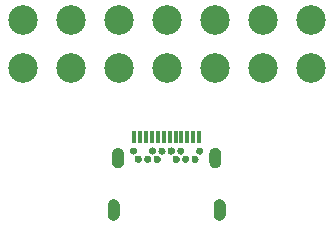
<source format=gbr>
%TF.GenerationSoftware,KiCad,Pcbnew,8.0.1*%
%TF.CreationDate,2024-03-26T16:51:19-04:00*%
%TF.ProjectId,commapogo_female,636f6d6d-6170-46f6-976f-5f66656d616c,rev?*%
%TF.SameCoordinates,Original*%
%TF.FileFunction,Paste,Top*%
%TF.FilePolarity,Positive*%
%FSLAX46Y46*%
G04 Gerber Fmt 4.6, Leading zero omitted, Abs format (unit mm)*
G04 Created by KiCad (PCBNEW 8.0.1) date 2024-03-26 16:51:19*
%MOMM*%
%LPD*%
G01*
G04 APERTURE LIST*
%ADD10C,0.000000*%
%ADD11O,1.000000X1.600000*%
%ADD12O,1.000000X1.800000*%
%ADD13O,1.000000X1.700000*%
%ADD14R,0.300000X1.000000*%
%ADD15C,0.600000*%
%ADD16C,2.500000*%
G04 APERTURE END LIST*
D10*
%TO.C,J2*%
G36*
X-2600000Y-4310000D02*
G01*
X-2900000Y-4310000D01*
X-2900000Y-3310000D01*
X-2600000Y-3310000D01*
X-2600000Y-4310000D01*
G37*
G36*
X-2100000Y-4310000D02*
G01*
X-2400000Y-4310000D01*
X-2400000Y-3310000D01*
X-2100000Y-3310000D01*
X-2100000Y-4310000D01*
G37*
G36*
X-1600000Y-4310000D02*
G01*
X-1900000Y-4310000D01*
X-1900000Y-3310000D01*
X-1600000Y-3310000D01*
X-1600000Y-4310000D01*
G37*
G36*
X-1100000Y-4310000D02*
G01*
X-1400000Y-4310000D01*
X-1400000Y-3310000D01*
X-1100000Y-3310000D01*
X-1100000Y-4310000D01*
G37*
G36*
X-600000Y-4310000D02*
G01*
X-900000Y-4310000D01*
X-900000Y-3310000D01*
X-600000Y-3310000D01*
X-600000Y-4310000D01*
G37*
G36*
X-100000Y-4310000D02*
G01*
X-400000Y-4310000D01*
X-400000Y-3310000D01*
X-100000Y-3310000D01*
X-100000Y-4310000D01*
G37*
G36*
X400000Y-4310000D02*
G01*
X100000Y-4310000D01*
X100000Y-3310000D01*
X400000Y-3310000D01*
X400000Y-4310000D01*
G37*
G36*
X900000Y-4310000D02*
G01*
X600000Y-4310000D01*
X600000Y-3310000D01*
X900000Y-3310000D01*
X900000Y-4310000D01*
G37*
G36*
X1400000Y-4310000D02*
G01*
X1100000Y-4310000D01*
X1100000Y-3310000D01*
X1400000Y-3310000D01*
X1400000Y-4310000D01*
G37*
G36*
X1900000Y-4310000D02*
G01*
X1600000Y-4310000D01*
X1600000Y-3310000D01*
X1900000Y-3310000D01*
X1900000Y-4310000D01*
G37*
G36*
X2400000Y-4310000D02*
G01*
X2100000Y-4310000D01*
X2100000Y-3310000D01*
X2400000Y-3310000D01*
X2400000Y-4310000D01*
G37*
G36*
X2900000Y-4310000D02*
G01*
X2600000Y-4310000D01*
X2600000Y-3310000D01*
X2900000Y-3310000D01*
X2900000Y-4310000D01*
G37*
G36*
X-2756000Y-4723000D02*
G01*
X-2732000Y-4728000D01*
X-2708000Y-4735000D01*
X-2684000Y-4743000D01*
X-2661000Y-4754000D01*
X-2639000Y-4767000D01*
X-2619000Y-4781000D01*
X-2599000Y-4797000D01*
X-2582000Y-4815000D01*
X-2565000Y-4834000D01*
X-2550000Y-4854000D01*
X-2537000Y-4875000D01*
X-2526000Y-4898000D01*
X-2517000Y-4921000D01*
X-2510000Y-4945000D01*
X-2504000Y-4970000D01*
X-2501000Y-4995000D01*
X-2500000Y-5020000D01*
X-2501000Y-5045000D01*
X-2504000Y-5070000D01*
X-2510000Y-5094000D01*
X-2517000Y-5119000D01*
X-2526000Y-5142000D01*
X-2537000Y-5164000D01*
X-2550000Y-5186000D01*
X-2565000Y-5206000D01*
X-2582000Y-5225000D01*
X-2599000Y-5243000D01*
X-2619000Y-5259000D01*
X-2639000Y-5273000D01*
X-2661000Y-5286000D01*
X-2684000Y-5296000D01*
X-2708000Y-5305000D01*
X-2732000Y-5312000D01*
X-2756000Y-5317000D01*
X-2781000Y-5319000D01*
X-2806000Y-5320000D01*
X-2832000Y-5318000D01*
X-2856000Y-5315000D01*
X-2881000Y-5309000D01*
X-2905000Y-5301000D01*
X-2928000Y-5291000D01*
X-2950000Y-5280000D01*
X-2971000Y-5266000D01*
X-2991000Y-5251000D01*
X-3010000Y-5234000D01*
X-3027000Y-5216000D01*
X-3043000Y-5196000D01*
X-3057000Y-5175000D01*
X-3069000Y-5153000D01*
X-3079000Y-5130000D01*
X-3087000Y-5107000D01*
X-3094000Y-5082000D01*
X-3098000Y-5057000D01*
X-3100000Y-5032000D01*
X-3100000Y-5007000D01*
X-3098000Y-4982000D01*
X-3094000Y-4957000D01*
X-3087000Y-4933000D01*
X-3079000Y-4909000D01*
X-3069000Y-4886000D01*
X-3057000Y-4864000D01*
X-3043000Y-4844000D01*
X-3027000Y-4824000D01*
X-3010000Y-4806000D01*
X-2991000Y-4789000D01*
X-2971000Y-4774000D01*
X-2950000Y-4760000D01*
X-2928000Y-4748000D01*
X-2905000Y-4739000D01*
X-2881000Y-4731000D01*
X-2856000Y-4725000D01*
X-2832000Y-4722000D01*
X-2806000Y-4720000D01*
X-2781000Y-4720000D01*
X-2756000Y-4723000D01*
G37*
G36*
X-2356000Y-5423000D02*
G01*
X-2332000Y-5428000D01*
X-2307000Y-5435000D01*
X-2284000Y-5443000D01*
X-2261000Y-5454000D01*
X-2239000Y-5467000D01*
X-2219000Y-5481000D01*
X-2199000Y-5497000D01*
X-2181000Y-5515000D01*
X-2165000Y-5534000D01*
X-2150000Y-5554000D01*
X-2137000Y-5575000D01*
X-2126000Y-5598000D01*
X-2117000Y-5621000D01*
X-2110000Y-5645000D01*
X-2104000Y-5670000D01*
X-2101000Y-5695000D01*
X-2100000Y-5720000D01*
X-2101000Y-5745000D01*
X-2104000Y-5770000D01*
X-2110000Y-5794000D01*
X-2117000Y-5819000D01*
X-2126000Y-5842000D01*
X-2137000Y-5864000D01*
X-2150000Y-5886000D01*
X-2165000Y-5906000D01*
X-2181000Y-5925000D01*
X-2199000Y-5943000D01*
X-2219000Y-5959000D01*
X-2239000Y-5973000D01*
X-2261000Y-5986000D01*
X-2284000Y-5996000D01*
X-2307000Y-6005000D01*
X-2332000Y-6012000D01*
X-2356000Y-6017000D01*
X-2381000Y-6019000D01*
X-2406000Y-6020000D01*
X-2432000Y-6018000D01*
X-2456000Y-6015000D01*
X-2481000Y-6009000D01*
X-2505000Y-6001000D01*
X-2528000Y-5991000D01*
X-2550000Y-5980000D01*
X-2571000Y-5966000D01*
X-2591000Y-5951000D01*
X-2610000Y-5934000D01*
X-2627000Y-5916000D01*
X-2643000Y-5896000D01*
X-2657000Y-5875000D01*
X-2669000Y-5853000D01*
X-2679000Y-5830000D01*
X-2687000Y-5807000D01*
X-2694000Y-5782000D01*
X-2698000Y-5757000D01*
X-2700000Y-5732000D01*
X-2700000Y-5707000D01*
X-2698000Y-5682000D01*
X-2694000Y-5658000D01*
X-2687000Y-5633000D01*
X-2679000Y-5609000D01*
X-2669000Y-5586000D01*
X-2657000Y-5564000D01*
X-2643000Y-5544000D01*
X-2627000Y-5524000D01*
X-2610000Y-5506000D01*
X-2591000Y-5489000D01*
X-2571000Y-5474000D01*
X-2550000Y-5460000D01*
X-2528000Y-5448000D01*
X-2505000Y-5439000D01*
X-2481000Y-5431000D01*
X-2456000Y-5425000D01*
X-2432000Y-5422000D01*
X-2406000Y-5420000D01*
X-2381000Y-5420000D01*
X-2356000Y-5423000D01*
G37*
G36*
X-1556000Y-5423000D02*
G01*
X-1532000Y-5428000D01*
X-1507000Y-5435000D01*
X-1484000Y-5443000D01*
X-1461000Y-5454000D01*
X-1439000Y-5467000D01*
X-1419000Y-5481000D01*
X-1399000Y-5497000D01*
X-1381000Y-5515000D01*
X-1365000Y-5534000D01*
X-1350000Y-5554000D01*
X-1337000Y-5575000D01*
X-1326000Y-5598000D01*
X-1317000Y-5621000D01*
X-1309000Y-5645000D01*
X-1304000Y-5670000D01*
X-1301000Y-5695000D01*
X-1300000Y-5720000D01*
X-1301000Y-5745000D01*
X-1304000Y-5770000D01*
X-1309000Y-5794000D01*
X-1317000Y-5819000D01*
X-1326000Y-5842000D01*
X-1337000Y-5864000D01*
X-1350000Y-5886000D01*
X-1365000Y-5906000D01*
X-1381000Y-5925000D01*
X-1399000Y-5943000D01*
X-1419000Y-5959000D01*
X-1439000Y-5973000D01*
X-1461000Y-5986000D01*
X-1484000Y-5996000D01*
X-1507000Y-6005000D01*
X-1532000Y-6012000D01*
X-1556000Y-6017000D01*
X-1581000Y-6019000D01*
X-1606000Y-6020000D01*
X-1631000Y-6018000D01*
X-1656000Y-6015000D01*
X-1681000Y-6009000D01*
X-1705000Y-6001000D01*
X-1728000Y-5991000D01*
X-1750000Y-5980000D01*
X-1771000Y-5966000D01*
X-1791000Y-5951000D01*
X-1810000Y-5934000D01*
X-1827000Y-5916000D01*
X-1843000Y-5896000D01*
X-1857000Y-5875000D01*
X-1869000Y-5853000D01*
X-1879000Y-5830000D01*
X-1887000Y-5807000D01*
X-1894000Y-5782000D01*
X-1898000Y-5757000D01*
X-1900000Y-5732000D01*
X-1900000Y-5707000D01*
X-1898000Y-5682000D01*
X-1894000Y-5658000D01*
X-1887000Y-5633000D01*
X-1879000Y-5609000D01*
X-1869000Y-5586000D01*
X-1857000Y-5564000D01*
X-1843000Y-5544000D01*
X-1827000Y-5524000D01*
X-1810000Y-5506000D01*
X-1791000Y-5489000D01*
X-1771000Y-5474000D01*
X-1750000Y-5460000D01*
X-1728000Y-5448000D01*
X-1705000Y-5439000D01*
X-1681000Y-5431000D01*
X-1656000Y-5425000D01*
X-1631000Y-5422000D01*
X-1606000Y-5420000D01*
X-1581000Y-5420000D01*
X-1556000Y-5423000D01*
G37*
G36*
X-1156000Y-4723000D02*
G01*
X-1132000Y-4728000D01*
X-1108000Y-4735000D01*
X-1084000Y-4743000D01*
X-1061000Y-4754000D01*
X-1040000Y-4767000D01*
X-1019000Y-4781000D01*
X-1000000Y-4797000D01*
X-982000Y-4815000D01*
X-965000Y-4834000D01*
X-950000Y-4854000D01*
X-937000Y-4875000D01*
X-926000Y-4898000D01*
X-917000Y-4921000D01*
X-910000Y-4945000D01*
X-904000Y-4970000D01*
X-901000Y-4995000D01*
X-900000Y-5020000D01*
X-901000Y-5045000D01*
X-904000Y-5070000D01*
X-910000Y-5094000D01*
X-917000Y-5119000D01*
X-926000Y-5142000D01*
X-937000Y-5164000D01*
X-950000Y-5186000D01*
X-965000Y-5206000D01*
X-982000Y-5225000D01*
X-1000000Y-5243000D01*
X-1019000Y-5259000D01*
X-1040000Y-5273000D01*
X-1061000Y-5286000D01*
X-1084000Y-5296000D01*
X-1108000Y-5305000D01*
X-1132000Y-5312000D01*
X-1156000Y-5317000D01*
X-1181000Y-5319000D01*
X-1207000Y-5320000D01*
X-1232000Y-5318000D01*
X-1256000Y-5315000D01*
X-1281000Y-5309000D01*
X-1305000Y-5301000D01*
X-1328000Y-5291000D01*
X-1350000Y-5280000D01*
X-1371000Y-5266000D01*
X-1392000Y-5251000D01*
X-1410000Y-5234000D01*
X-1427000Y-5216000D01*
X-1443000Y-5196000D01*
X-1457000Y-5175000D01*
X-1469000Y-5153000D01*
X-1479000Y-5130000D01*
X-1487000Y-5107000D01*
X-1494000Y-5082000D01*
X-1498000Y-5057000D01*
X-1500000Y-5032000D01*
X-1500000Y-5007000D01*
X-1498000Y-4982000D01*
X-1494000Y-4957000D01*
X-1487000Y-4933000D01*
X-1479000Y-4909000D01*
X-1469000Y-4886000D01*
X-1457000Y-4864000D01*
X-1443000Y-4844000D01*
X-1427000Y-4824000D01*
X-1410000Y-4806000D01*
X-1392000Y-4789000D01*
X-1371000Y-4774000D01*
X-1350000Y-4760000D01*
X-1328000Y-4748000D01*
X-1305000Y-4739000D01*
X-1281000Y-4731000D01*
X-1256000Y-4725000D01*
X-1232000Y-4722000D01*
X-1207000Y-4720000D01*
X-1181000Y-4720000D01*
X-1156000Y-4723000D01*
G37*
G36*
X-756000Y-5423000D02*
G01*
X-732000Y-5428000D01*
X-708000Y-5435000D01*
X-684000Y-5443000D01*
X-661000Y-5454000D01*
X-639000Y-5467000D01*
X-619000Y-5481000D01*
X-599000Y-5497000D01*
X-582000Y-5515000D01*
X-565000Y-5534000D01*
X-550000Y-5554000D01*
X-537000Y-5575000D01*
X-526000Y-5598000D01*
X-517000Y-5621000D01*
X-510000Y-5645000D01*
X-504000Y-5670000D01*
X-501000Y-5695000D01*
X-500000Y-5720000D01*
X-501000Y-5745000D01*
X-504000Y-5770000D01*
X-510000Y-5794000D01*
X-517000Y-5819000D01*
X-526000Y-5842000D01*
X-537000Y-5864000D01*
X-550000Y-5886000D01*
X-565000Y-5906000D01*
X-582000Y-5925000D01*
X-599000Y-5943000D01*
X-619000Y-5959000D01*
X-639000Y-5973000D01*
X-661000Y-5986000D01*
X-684000Y-5996000D01*
X-708000Y-6005000D01*
X-732000Y-6012000D01*
X-756000Y-6017000D01*
X-781000Y-6019000D01*
X-807000Y-6020000D01*
X-832000Y-6018000D01*
X-856000Y-6015000D01*
X-881000Y-6009000D01*
X-905000Y-6001000D01*
X-928000Y-5991000D01*
X-950000Y-5980000D01*
X-971000Y-5966000D01*
X-991000Y-5951000D01*
X-1010000Y-5934000D01*
X-1027000Y-5916000D01*
X-1043000Y-5896000D01*
X-1057000Y-5875000D01*
X-1069000Y-5853000D01*
X-1079000Y-5830000D01*
X-1087000Y-5807000D01*
X-1094000Y-5782000D01*
X-1098000Y-5757000D01*
X-1100000Y-5732000D01*
X-1100000Y-5707000D01*
X-1098000Y-5682000D01*
X-1094000Y-5658000D01*
X-1087000Y-5633000D01*
X-1079000Y-5609000D01*
X-1069000Y-5586000D01*
X-1057000Y-5564000D01*
X-1043000Y-5544000D01*
X-1027000Y-5524000D01*
X-1010000Y-5506000D01*
X-991000Y-5489000D01*
X-971000Y-5474000D01*
X-950000Y-5460000D01*
X-928000Y-5448000D01*
X-905000Y-5439000D01*
X-881000Y-5431000D01*
X-856000Y-5425000D01*
X-832000Y-5422000D01*
X-807000Y-5420000D01*
X-781000Y-5420000D01*
X-756000Y-5423000D01*
G37*
G36*
X-356000Y-4723000D02*
G01*
X-332000Y-4728000D01*
X-307000Y-4735000D01*
X-284000Y-4743000D01*
X-261000Y-4754000D01*
X-239000Y-4767000D01*
X-219000Y-4781000D01*
X-199000Y-4797000D01*
X-181000Y-4815000D01*
X-165000Y-4834000D01*
X-150000Y-4854000D01*
X-137000Y-4875000D01*
X-126000Y-4898000D01*
X-117000Y-4921000D01*
X-110000Y-4945000D01*
X-104000Y-4970000D01*
X-101000Y-4995000D01*
X-100000Y-5020000D01*
X-101000Y-5045000D01*
X-104000Y-5070000D01*
X-110000Y-5094000D01*
X-117000Y-5119000D01*
X-126000Y-5142000D01*
X-137000Y-5164000D01*
X-150000Y-5186000D01*
X-165000Y-5206000D01*
X-181000Y-5225000D01*
X-199000Y-5243000D01*
X-219000Y-5259000D01*
X-239000Y-5273000D01*
X-261000Y-5286000D01*
X-284000Y-5296000D01*
X-307000Y-5305000D01*
X-332000Y-5312000D01*
X-356000Y-5317000D01*
X-381000Y-5319000D01*
X-406000Y-5320000D01*
X-432000Y-5318000D01*
X-456000Y-5315000D01*
X-481000Y-5309000D01*
X-505000Y-5301000D01*
X-528000Y-5291000D01*
X-550000Y-5280000D01*
X-571000Y-5266000D01*
X-591000Y-5251000D01*
X-610000Y-5234000D01*
X-627000Y-5216000D01*
X-643000Y-5196000D01*
X-657000Y-5175000D01*
X-669000Y-5153000D01*
X-679000Y-5130000D01*
X-687000Y-5107000D01*
X-694000Y-5082000D01*
X-698000Y-5057000D01*
X-700000Y-5032000D01*
X-700000Y-5007000D01*
X-698000Y-4982000D01*
X-694000Y-4957000D01*
X-687000Y-4933000D01*
X-679000Y-4909000D01*
X-669000Y-4886000D01*
X-657000Y-4864000D01*
X-643000Y-4844000D01*
X-627000Y-4824000D01*
X-610000Y-4806000D01*
X-591000Y-4789000D01*
X-571000Y-4774000D01*
X-550000Y-4760000D01*
X-528000Y-4748000D01*
X-505000Y-4739000D01*
X-481000Y-4731000D01*
X-456000Y-4725000D01*
X-432000Y-4722000D01*
X-406000Y-4720000D01*
X-381000Y-4720000D01*
X-356000Y-4723000D01*
G37*
G36*
X444000Y-4723000D02*
G01*
X468000Y-4728000D01*
X493000Y-4735000D01*
X516000Y-4743000D01*
X539000Y-4754000D01*
X561000Y-4767000D01*
X581000Y-4781000D01*
X601000Y-4797000D01*
X619000Y-4815000D01*
X635000Y-4834000D01*
X650000Y-4854000D01*
X663000Y-4875000D01*
X674000Y-4898000D01*
X683000Y-4921000D01*
X690000Y-4945000D01*
X696000Y-4970000D01*
X699000Y-4995000D01*
X700000Y-5020000D01*
X699000Y-5045000D01*
X696000Y-5070000D01*
X690000Y-5094000D01*
X683000Y-5119000D01*
X674000Y-5142000D01*
X663000Y-5164000D01*
X650000Y-5186000D01*
X635000Y-5206000D01*
X619000Y-5225000D01*
X601000Y-5243000D01*
X581000Y-5259000D01*
X561000Y-5273000D01*
X539000Y-5286000D01*
X516000Y-5296000D01*
X493000Y-5305000D01*
X468000Y-5312000D01*
X444000Y-5317000D01*
X419000Y-5319000D01*
X394000Y-5320000D01*
X369000Y-5318000D01*
X344000Y-5315000D01*
X319000Y-5309000D01*
X295000Y-5301000D01*
X272000Y-5291000D01*
X250000Y-5280000D01*
X229000Y-5266000D01*
X209000Y-5251000D01*
X190000Y-5234000D01*
X173000Y-5216000D01*
X157000Y-5196000D01*
X143000Y-5175000D01*
X131000Y-5153000D01*
X121000Y-5130000D01*
X113000Y-5107000D01*
X106000Y-5082000D01*
X102000Y-5057000D01*
X100000Y-5032000D01*
X100000Y-5007000D01*
X102000Y-4982000D01*
X106000Y-4957000D01*
X113000Y-4933000D01*
X121000Y-4909000D01*
X131000Y-4886000D01*
X143000Y-4864000D01*
X157000Y-4844000D01*
X173000Y-4824000D01*
X190000Y-4806000D01*
X209000Y-4789000D01*
X229000Y-4774000D01*
X250000Y-4760000D01*
X272000Y-4748000D01*
X295000Y-4739000D01*
X319000Y-4731000D01*
X344000Y-4725000D01*
X369000Y-4722000D01*
X394000Y-4720000D01*
X419000Y-4720000D01*
X444000Y-4723000D01*
G37*
G36*
X844000Y-5423000D02*
G01*
X868000Y-5428000D01*
X892000Y-5435000D01*
X916000Y-5443000D01*
X939000Y-5454000D01*
X960000Y-5467000D01*
X981000Y-5481000D01*
X1000000Y-5497000D01*
X1018000Y-5515000D01*
X1035000Y-5534000D01*
X1050000Y-5554000D01*
X1063000Y-5575000D01*
X1074000Y-5598000D01*
X1083000Y-5621000D01*
X1090000Y-5645000D01*
X1096000Y-5670000D01*
X1099000Y-5695000D01*
X1100000Y-5720000D01*
X1099000Y-5745000D01*
X1096000Y-5770000D01*
X1090000Y-5794000D01*
X1083000Y-5819000D01*
X1074000Y-5842000D01*
X1063000Y-5864000D01*
X1050000Y-5886000D01*
X1035000Y-5906000D01*
X1018000Y-5925000D01*
X1000000Y-5943000D01*
X981000Y-5959000D01*
X960000Y-5973000D01*
X939000Y-5986000D01*
X916000Y-5996000D01*
X892000Y-6005000D01*
X868000Y-6012000D01*
X844000Y-6017000D01*
X819000Y-6019000D01*
X793000Y-6020000D01*
X768000Y-6018000D01*
X744000Y-6015000D01*
X719000Y-6009000D01*
X695000Y-6001000D01*
X672000Y-5991000D01*
X650000Y-5980000D01*
X628000Y-5966000D01*
X608000Y-5951000D01*
X590000Y-5934000D01*
X573000Y-5916000D01*
X557000Y-5896000D01*
X543000Y-5875000D01*
X531000Y-5853000D01*
X521000Y-5830000D01*
X513000Y-5807000D01*
X506000Y-5782000D01*
X502000Y-5757000D01*
X500000Y-5732000D01*
X500000Y-5707000D01*
X502000Y-5682000D01*
X506000Y-5658000D01*
X513000Y-5633000D01*
X521000Y-5609000D01*
X531000Y-5586000D01*
X543000Y-5564000D01*
X557000Y-5544000D01*
X573000Y-5524000D01*
X590000Y-5506000D01*
X608000Y-5489000D01*
X628000Y-5474000D01*
X650000Y-5460000D01*
X672000Y-5448000D01*
X695000Y-5439000D01*
X719000Y-5431000D01*
X744000Y-5425000D01*
X768000Y-5422000D01*
X793000Y-5420000D01*
X819000Y-5420000D01*
X844000Y-5423000D01*
G37*
G36*
X1244000Y-4723000D02*
G01*
X1268000Y-4728000D01*
X1292000Y-4735000D01*
X1316000Y-4743000D01*
X1339000Y-4754000D01*
X1361000Y-4767000D01*
X1381000Y-4781000D01*
X1401000Y-4797000D01*
X1418000Y-4815000D01*
X1435000Y-4834000D01*
X1450000Y-4854000D01*
X1463000Y-4875000D01*
X1474000Y-4898000D01*
X1483000Y-4921000D01*
X1490000Y-4945000D01*
X1496000Y-4970000D01*
X1499000Y-4995000D01*
X1500000Y-5020000D01*
X1499000Y-5045000D01*
X1496000Y-5070000D01*
X1490000Y-5094000D01*
X1483000Y-5119000D01*
X1474000Y-5142000D01*
X1463000Y-5164000D01*
X1450000Y-5186000D01*
X1435000Y-5206000D01*
X1418000Y-5225000D01*
X1401000Y-5243000D01*
X1381000Y-5259000D01*
X1361000Y-5273000D01*
X1339000Y-5286000D01*
X1316000Y-5296000D01*
X1292000Y-5305000D01*
X1268000Y-5312000D01*
X1244000Y-5317000D01*
X1219000Y-5319000D01*
X1193000Y-5320000D01*
X1168000Y-5318000D01*
X1144000Y-5315000D01*
X1119000Y-5309000D01*
X1095000Y-5301000D01*
X1072000Y-5291000D01*
X1050000Y-5280000D01*
X1029000Y-5266000D01*
X1009000Y-5251000D01*
X990000Y-5234000D01*
X973000Y-5216000D01*
X957000Y-5196000D01*
X943000Y-5175000D01*
X931000Y-5153000D01*
X921000Y-5130000D01*
X913000Y-5107000D01*
X906000Y-5082000D01*
X902000Y-5057000D01*
X900000Y-5032000D01*
X900000Y-5007000D01*
X902000Y-4982000D01*
X906000Y-4957000D01*
X913000Y-4933000D01*
X921000Y-4909000D01*
X931000Y-4886000D01*
X943000Y-4864000D01*
X957000Y-4844000D01*
X973000Y-4824000D01*
X990000Y-4806000D01*
X1009000Y-4789000D01*
X1029000Y-4774000D01*
X1050000Y-4760000D01*
X1072000Y-4748000D01*
X1095000Y-4739000D01*
X1119000Y-4731000D01*
X1144000Y-4725000D01*
X1168000Y-4722000D01*
X1193000Y-4720000D01*
X1219000Y-4720000D01*
X1244000Y-4723000D01*
G37*
G36*
X1644000Y-5423000D02*
G01*
X1668000Y-5428000D01*
X1693000Y-5435000D01*
X1716000Y-5443000D01*
X1739000Y-5454000D01*
X1761000Y-5467000D01*
X1781000Y-5481000D01*
X1801000Y-5497000D01*
X1819000Y-5515000D01*
X1835000Y-5534000D01*
X1850000Y-5554000D01*
X1863000Y-5575000D01*
X1874000Y-5598000D01*
X1883000Y-5621000D01*
X1890000Y-5645000D01*
X1896000Y-5670000D01*
X1899000Y-5695000D01*
X1900000Y-5720000D01*
X1899000Y-5745000D01*
X1896000Y-5770000D01*
X1890000Y-5794000D01*
X1883000Y-5819000D01*
X1874000Y-5842000D01*
X1863000Y-5864000D01*
X1850000Y-5886000D01*
X1835000Y-5906000D01*
X1819000Y-5925000D01*
X1801000Y-5943000D01*
X1781000Y-5959000D01*
X1761000Y-5973000D01*
X1739000Y-5986000D01*
X1716000Y-5996000D01*
X1693000Y-6005000D01*
X1668000Y-6012000D01*
X1644000Y-6017000D01*
X1619000Y-6019000D01*
X1594000Y-6020000D01*
X1568000Y-6018000D01*
X1544000Y-6015000D01*
X1519000Y-6009000D01*
X1495000Y-6001000D01*
X1472000Y-5991000D01*
X1450000Y-5980000D01*
X1429000Y-5966000D01*
X1409000Y-5951000D01*
X1390000Y-5934000D01*
X1373000Y-5916000D01*
X1357000Y-5896000D01*
X1343000Y-5875000D01*
X1331000Y-5853000D01*
X1321000Y-5830000D01*
X1313000Y-5807000D01*
X1306000Y-5782000D01*
X1302000Y-5757000D01*
X1300000Y-5732000D01*
X1300000Y-5707000D01*
X1302000Y-5682000D01*
X1306000Y-5658000D01*
X1313000Y-5633000D01*
X1321000Y-5609000D01*
X1331000Y-5586000D01*
X1343000Y-5564000D01*
X1357000Y-5544000D01*
X1373000Y-5524000D01*
X1390000Y-5506000D01*
X1409000Y-5489000D01*
X1429000Y-5474000D01*
X1450000Y-5460000D01*
X1472000Y-5448000D01*
X1495000Y-5439000D01*
X1519000Y-5431000D01*
X1544000Y-5425000D01*
X1568000Y-5422000D01*
X1594000Y-5420000D01*
X1619000Y-5420000D01*
X1644000Y-5423000D01*
G37*
G36*
X2444000Y-5423000D02*
G01*
X2468000Y-5428000D01*
X2493000Y-5435000D01*
X2516000Y-5443000D01*
X2539000Y-5454000D01*
X2561000Y-5467000D01*
X2581000Y-5481000D01*
X2601000Y-5497000D01*
X2619000Y-5515000D01*
X2635000Y-5534000D01*
X2650000Y-5554000D01*
X2663000Y-5575000D01*
X2674000Y-5598000D01*
X2683000Y-5621000D01*
X2690000Y-5645000D01*
X2696000Y-5670000D01*
X2699000Y-5695000D01*
X2700000Y-5720000D01*
X2699000Y-5745000D01*
X2696000Y-5770000D01*
X2690000Y-5794000D01*
X2683000Y-5819000D01*
X2674000Y-5842000D01*
X2663000Y-5864000D01*
X2650000Y-5886000D01*
X2635000Y-5906000D01*
X2619000Y-5925000D01*
X2601000Y-5943000D01*
X2581000Y-5959000D01*
X2561000Y-5973000D01*
X2539000Y-5986000D01*
X2516000Y-5996000D01*
X2493000Y-6005000D01*
X2468000Y-6012000D01*
X2444000Y-6017000D01*
X2419000Y-6019000D01*
X2394000Y-6020000D01*
X2369000Y-6018000D01*
X2344000Y-6015000D01*
X2319000Y-6009000D01*
X2295000Y-6001000D01*
X2272000Y-5991000D01*
X2250000Y-5980000D01*
X2229000Y-5966000D01*
X2209000Y-5951000D01*
X2190000Y-5934000D01*
X2173000Y-5916000D01*
X2157000Y-5896000D01*
X2143000Y-5875000D01*
X2131000Y-5853000D01*
X2121000Y-5830000D01*
X2113000Y-5807000D01*
X2106000Y-5782000D01*
X2102000Y-5757000D01*
X2100000Y-5732000D01*
X2100000Y-5707000D01*
X2102000Y-5682000D01*
X2106000Y-5658000D01*
X2113000Y-5633000D01*
X2121000Y-5609000D01*
X2131000Y-5586000D01*
X2143000Y-5564000D01*
X2157000Y-5544000D01*
X2173000Y-5524000D01*
X2190000Y-5506000D01*
X2209000Y-5489000D01*
X2229000Y-5474000D01*
X2250000Y-5460000D01*
X2272000Y-5448000D01*
X2295000Y-5439000D01*
X2319000Y-5431000D01*
X2344000Y-5425000D01*
X2369000Y-5422000D01*
X2394000Y-5420000D01*
X2419000Y-5420000D01*
X2444000Y-5423000D01*
G37*
G36*
X2844000Y-4723000D02*
G01*
X2868000Y-4728000D01*
X2892000Y-4735000D01*
X2916000Y-4743000D01*
X2939000Y-4754000D01*
X2960000Y-4767000D01*
X2981000Y-4781000D01*
X3000000Y-4797000D01*
X3018000Y-4815000D01*
X3035000Y-4834000D01*
X3050000Y-4854000D01*
X3063000Y-4875000D01*
X3074000Y-4898000D01*
X3083000Y-4921000D01*
X3090000Y-4945000D01*
X3096000Y-4970000D01*
X3099000Y-4995000D01*
X3100000Y-5020000D01*
X3099000Y-5045000D01*
X3096000Y-5070000D01*
X3090000Y-5094000D01*
X3083000Y-5119000D01*
X3074000Y-5142000D01*
X3063000Y-5164000D01*
X3050000Y-5186000D01*
X3035000Y-5206000D01*
X3018000Y-5225000D01*
X3000000Y-5243000D01*
X2981000Y-5259000D01*
X2960000Y-5273000D01*
X2939000Y-5286000D01*
X2916000Y-5296000D01*
X2892000Y-5305000D01*
X2868000Y-5312000D01*
X2844000Y-5317000D01*
X2819000Y-5319000D01*
X2793000Y-5320000D01*
X2768000Y-5318000D01*
X2744000Y-5315000D01*
X2719000Y-5309000D01*
X2695000Y-5301000D01*
X2672000Y-5291000D01*
X2650000Y-5280000D01*
X2628000Y-5266000D01*
X2608000Y-5251000D01*
X2590000Y-5234000D01*
X2573000Y-5216000D01*
X2557000Y-5196000D01*
X2543000Y-5175000D01*
X2531000Y-5153000D01*
X2521000Y-5130000D01*
X2513000Y-5107000D01*
X2506000Y-5082000D01*
X2502000Y-5057000D01*
X2500000Y-5032000D01*
X2500000Y-5007000D01*
X2502000Y-4982000D01*
X2506000Y-4957000D01*
X2513000Y-4933000D01*
X2521000Y-4909000D01*
X2531000Y-4886000D01*
X2543000Y-4864000D01*
X2557000Y-4844000D01*
X2573000Y-4824000D01*
X2590000Y-4806000D01*
X2608000Y-4789000D01*
X2628000Y-4774000D01*
X2650000Y-4760000D01*
X2672000Y-4748000D01*
X2695000Y-4739000D01*
X2719000Y-4731000D01*
X2744000Y-4725000D01*
X2768000Y-4722000D01*
X2793000Y-4720000D01*
X2819000Y-4720000D01*
X2844000Y-4723000D01*
G37*
G36*
X-4448000Y-9111000D02*
G01*
X-4423000Y-9114000D01*
X-4398000Y-9118000D01*
X-4374000Y-9122000D01*
X-4350000Y-9129000D01*
X-4326000Y-9136000D01*
X-4302000Y-9145000D01*
X-4279000Y-9154000D01*
X-4257000Y-9165000D01*
X-4235000Y-9177000D01*
X-4214000Y-9190000D01*
X-4193000Y-9204000D01*
X-4173000Y-9219000D01*
X-4154000Y-9235000D01*
X-4136000Y-9252000D01*
X-4118000Y-9270000D01*
X-4102000Y-9289000D01*
X-4086000Y-9308000D01*
X-4072000Y-9328000D01*
X-4058000Y-9349000D01*
X-4046000Y-9371000D01*
X-4035000Y-9393000D01*
X-4024000Y-9416000D01*
X-4015000Y-9439000D01*
X-4007000Y-9463000D01*
X-4000000Y-9487000D01*
X-3995000Y-9511000D01*
X-3991000Y-9535000D01*
X-3987000Y-9560000D01*
X-3986000Y-9585000D01*
X-3985000Y-9610000D01*
X-3985000Y-10410000D01*
X-3986000Y-10435000D01*
X-3987000Y-10460000D01*
X-3991000Y-10484000D01*
X-3995000Y-10509000D01*
X-4000000Y-10533000D01*
X-4007000Y-10557000D01*
X-4015000Y-10581000D01*
X-4024000Y-10604000D01*
X-4035000Y-10627000D01*
X-4046000Y-10649000D01*
X-4058000Y-10671000D01*
X-4072000Y-10692000D01*
X-4086000Y-10712000D01*
X-4102000Y-10731000D01*
X-4118000Y-10750000D01*
X-4136000Y-10768000D01*
X-4154000Y-10785000D01*
X-4173000Y-10801000D01*
X-4193000Y-10816000D01*
X-4214000Y-10830000D01*
X-4235000Y-10843000D01*
X-4257000Y-10855000D01*
X-4279000Y-10866000D01*
X-4302000Y-10875000D01*
X-4326000Y-10884000D01*
X-4350000Y-10891000D01*
X-4374000Y-10897000D01*
X-4398000Y-10902000D01*
X-4423000Y-10906000D01*
X-4448000Y-10909000D01*
X-4473000Y-10910000D01*
X-4497000Y-10910000D01*
X-4522000Y-10909000D01*
X-4547000Y-10906000D01*
X-4572000Y-10902000D01*
X-4596000Y-10897000D01*
X-4620000Y-10891000D01*
X-4644000Y-10884000D01*
X-4668000Y-10875000D01*
X-4691000Y-10866000D01*
X-4713000Y-10855000D01*
X-4735000Y-10843000D01*
X-4756000Y-10830000D01*
X-4777000Y-10816000D01*
X-4797000Y-10801000D01*
X-4816000Y-10785000D01*
X-4834000Y-10768000D01*
X-4852000Y-10750000D01*
X-4868000Y-10731000D01*
X-4884000Y-10712000D01*
X-4898000Y-10692000D01*
X-4912000Y-10671000D01*
X-4924000Y-10649000D01*
X-4935000Y-10627000D01*
X-4946000Y-10604000D01*
X-4955000Y-10581000D01*
X-4963000Y-10557000D01*
X-4970000Y-10533000D01*
X-4975000Y-10509000D01*
X-4979000Y-10484000D01*
X-4983000Y-10460000D01*
X-4984000Y-10435000D01*
X-4985000Y-10410000D01*
X-4985000Y-9610000D01*
X-4984000Y-9585000D01*
X-4983000Y-9560000D01*
X-4979000Y-9535000D01*
X-4975000Y-9511000D01*
X-4970000Y-9487000D01*
X-4963000Y-9463000D01*
X-4955000Y-9439000D01*
X-4946000Y-9416000D01*
X-4935000Y-9393000D01*
X-4924000Y-9371000D01*
X-4912000Y-9349000D01*
X-4898000Y-9328000D01*
X-4884000Y-9308000D01*
X-4868000Y-9289000D01*
X-4852000Y-9270000D01*
X-4834000Y-9252000D01*
X-4816000Y-9235000D01*
X-4797000Y-9219000D01*
X-4777000Y-9204000D01*
X-4756000Y-9190000D01*
X-4735000Y-9177000D01*
X-4713000Y-9165000D01*
X-4691000Y-9154000D01*
X-4668000Y-9145000D01*
X-4644000Y-9136000D01*
X-4620000Y-9129000D01*
X-4596000Y-9122000D01*
X-4572000Y-9118000D01*
X-4547000Y-9114000D01*
X-4522000Y-9111000D01*
X-4497000Y-9110000D01*
X-4473000Y-9110000D01*
X-4448000Y-9111000D01*
G37*
G36*
X-4088000Y-4771000D02*
G01*
X-4063000Y-4774000D01*
X-4038000Y-4777000D01*
X-4014000Y-4782000D01*
X-3990000Y-4789000D01*
X-3966000Y-4796000D01*
X-3942000Y-4804000D01*
X-3919000Y-4814000D01*
X-3897000Y-4825000D01*
X-3875000Y-4837000D01*
X-3854000Y-4850000D01*
X-3833000Y-4864000D01*
X-3813000Y-4879000D01*
X-3794000Y-4895000D01*
X-3776000Y-4912000D01*
X-3759000Y-4930000D01*
X-3742000Y-4948000D01*
X-3727000Y-4968000D01*
X-3712000Y-4988000D01*
X-3698000Y-5009000D01*
X-3686000Y-5031000D01*
X-3675000Y-5053000D01*
X-3664000Y-5076000D01*
X-3655000Y-5099000D01*
X-3647000Y-5122000D01*
X-3641000Y-5146000D01*
X-3635000Y-5171000D01*
X-3631000Y-5195000D01*
X-3628000Y-5220000D01*
X-3626000Y-5245000D01*
X-3625000Y-5270000D01*
X-3625000Y-5970000D01*
X-3626000Y-5995000D01*
X-3628000Y-6020000D01*
X-3631000Y-6044000D01*
X-3635000Y-6069000D01*
X-3641000Y-6093000D01*
X-3647000Y-6117000D01*
X-3655000Y-6141000D01*
X-3664000Y-6164000D01*
X-3675000Y-6187000D01*
X-3686000Y-6209000D01*
X-3698000Y-6231000D01*
X-3712000Y-6251000D01*
X-3727000Y-6272000D01*
X-3742000Y-6291000D01*
X-3759000Y-6310000D01*
X-3776000Y-6328000D01*
X-3794000Y-6345000D01*
X-3813000Y-6361000D01*
X-3833000Y-6376000D01*
X-3854000Y-6390000D01*
X-3875000Y-6403000D01*
X-3897000Y-6415000D01*
X-3919000Y-6426000D01*
X-3942000Y-6435000D01*
X-3966000Y-6444000D01*
X-3990000Y-6451000D01*
X-4014000Y-6457000D01*
X-4038000Y-6462000D01*
X-4063000Y-6466000D01*
X-4088000Y-6468000D01*
X-4113000Y-6470000D01*
X-4138000Y-6470000D01*
X-4162000Y-6468000D01*
X-4187000Y-6466000D01*
X-4212000Y-6462000D01*
X-4236000Y-6457000D01*
X-4260000Y-6451000D01*
X-4284000Y-6444000D01*
X-4308000Y-6435000D01*
X-4331000Y-6426000D01*
X-4353000Y-6415000D01*
X-4375000Y-6403000D01*
X-4396000Y-6390000D01*
X-4417000Y-6376000D01*
X-4437000Y-6361000D01*
X-4456000Y-6345000D01*
X-4474000Y-6328000D01*
X-4492000Y-6310000D01*
X-4508000Y-6291000D01*
X-4524000Y-6272000D01*
X-4538000Y-6251000D01*
X-4552000Y-6231000D01*
X-4564000Y-6209000D01*
X-4576000Y-6187000D01*
X-4586000Y-6164000D01*
X-4595000Y-6141000D01*
X-4603000Y-6117000D01*
X-4610000Y-6093000D01*
X-4615000Y-6069000D01*
X-4619000Y-6044000D01*
X-4623000Y-6020000D01*
X-4624000Y-5995000D01*
X-4625000Y-5970000D01*
X-4625000Y-5270000D01*
X-4624000Y-5245000D01*
X-4623000Y-5220000D01*
X-4619000Y-5195000D01*
X-4615000Y-5171000D01*
X-4610000Y-5146000D01*
X-4603000Y-5122000D01*
X-4595000Y-5099000D01*
X-4586000Y-5076000D01*
X-4576000Y-5053000D01*
X-4564000Y-5031000D01*
X-4552000Y-5009000D01*
X-4538000Y-4988000D01*
X-4524000Y-4968000D01*
X-4508000Y-4948000D01*
X-4492000Y-4930000D01*
X-4474000Y-4912000D01*
X-4456000Y-4895000D01*
X-4437000Y-4879000D01*
X-4417000Y-4864000D01*
X-4396000Y-4850000D01*
X-4375000Y-4837000D01*
X-4353000Y-4825000D01*
X-4331000Y-4814000D01*
X-4308000Y-4804000D01*
X-4284000Y-4796000D01*
X-4260000Y-4789000D01*
X-4236000Y-4782000D01*
X-4212000Y-4777000D01*
X-4187000Y-4774000D01*
X-4162000Y-4771000D01*
X-4138000Y-4770000D01*
X-4113000Y-4770000D01*
X-4088000Y-4771000D01*
G37*
G36*
X4162000Y-4771000D02*
G01*
X4187000Y-4774000D01*
X4212000Y-4777000D01*
X4236000Y-4782000D01*
X4260000Y-4789000D01*
X4284000Y-4796000D01*
X4308000Y-4804000D01*
X4330000Y-4814000D01*
X4353000Y-4825000D01*
X4375000Y-4837000D01*
X4396000Y-4850000D01*
X4417000Y-4864000D01*
X4437000Y-4879000D01*
X4456000Y-4895000D01*
X4474000Y-4912000D01*
X4491000Y-4930000D01*
X4508000Y-4948000D01*
X4523000Y-4968000D01*
X4538000Y-4988000D01*
X4551000Y-5009000D01*
X4564000Y-5031000D01*
X4575000Y-5053000D01*
X4586000Y-5076000D01*
X4595000Y-5099000D01*
X4603000Y-5122000D01*
X4609000Y-5146000D01*
X4615000Y-5171000D01*
X4619000Y-5195000D01*
X4622000Y-5220000D01*
X4624000Y-5245000D01*
X4625000Y-5270000D01*
X4625000Y-5970000D01*
X4624000Y-5995000D01*
X4622000Y-6020000D01*
X4619000Y-6044000D01*
X4615000Y-6069000D01*
X4609000Y-6093000D01*
X4603000Y-6117000D01*
X4595000Y-6141000D01*
X4586000Y-6164000D01*
X4575000Y-6187000D01*
X4564000Y-6209000D01*
X4551000Y-6231000D01*
X4538000Y-6251000D01*
X4523000Y-6272000D01*
X4508000Y-6291000D01*
X4491000Y-6310000D01*
X4474000Y-6328000D01*
X4456000Y-6345000D01*
X4437000Y-6361000D01*
X4417000Y-6376000D01*
X4396000Y-6390000D01*
X4375000Y-6403000D01*
X4353000Y-6415000D01*
X4330000Y-6426000D01*
X4308000Y-6435000D01*
X4284000Y-6444000D01*
X4260000Y-6451000D01*
X4236000Y-6457000D01*
X4212000Y-6462000D01*
X4187000Y-6466000D01*
X4162000Y-6468000D01*
X4137000Y-6470000D01*
X4112000Y-6470000D01*
X4087000Y-6468000D01*
X4063000Y-6466000D01*
X4038000Y-6462000D01*
X4014000Y-6457000D01*
X3989000Y-6451000D01*
X3966000Y-6444000D01*
X3942000Y-6435000D01*
X3919000Y-6426000D01*
X3897000Y-6415000D01*
X3875000Y-6403000D01*
X3854000Y-6390000D01*
X3833000Y-6376000D01*
X3813000Y-6361000D01*
X3794000Y-6345000D01*
X3776000Y-6328000D01*
X3758000Y-6310000D01*
X3742000Y-6291000D01*
X3726000Y-6272000D01*
X3712000Y-6251000D01*
X3698000Y-6231000D01*
X3686000Y-6209000D01*
X3674000Y-6187000D01*
X3664000Y-6164000D01*
X3655000Y-6141000D01*
X3647000Y-6117000D01*
X3640000Y-6093000D01*
X3635000Y-6069000D01*
X3630000Y-6044000D01*
X3627000Y-6020000D01*
X3625000Y-5995000D01*
X3625000Y-5970000D01*
X3625000Y-5270000D01*
X3625000Y-5245000D01*
X3627000Y-5220000D01*
X3630000Y-5195000D01*
X3635000Y-5171000D01*
X3640000Y-5146000D01*
X3647000Y-5122000D01*
X3655000Y-5099000D01*
X3664000Y-5076000D01*
X3674000Y-5053000D01*
X3686000Y-5031000D01*
X3698000Y-5009000D01*
X3712000Y-4988000D01*
X3726000Y-4968000D01*
X3742000Y-4948000D01*
X3758000Y-4930000D01*
X3776000Y-4912000D01*
X3794000Y-4895000D01*
X3813000Y-4879000D01*
X3833000Y-4864000D01*
X3854000Y-4850000D01*
X3875000Y-4837000D01*
X3897000Y-4825000D01*
X3919000Y-4814000D01*
X3942000Y-4804000D01*
X3966000Y-4796000D01*
X3989000Y-4789000D01*
X4014000Y-4782000D01*
X4038000Y-4777000D01*
X4063000Y-4774000D01*
X4087000Y-4771000D01*
X4112000Y-4770000D01*
X4137000Y-4770000D01*
X4162000Y-4771000D01*
G37*
G36*
X4522000Y-9111000D02*
G01*
X4547000Y-9114000D01*
X4572000Y-9118000D01*
X4596000Y-9122000D01*
X4620000Y-9129000D01*
X4644000Y-9136000D01*
X4668000Y-9145000D01*
X4691000Y-9154000D01*
X4713000Y-9165000D01*
X4735000Y-9177000D01*
X4756000Y-9190000D01*
X4777000Y-9204000D01*
X4797000Y-9219000D01*
X4816000Y-9235000D01*
X4834000Y-9252000D01*
X4852000Y-9270000D01*
X4868000Y-9289000D01*
X4884000Y-9308000D01*
X4898000Y-9328000D01*
X4912000Y-9349000D01*
X4924000Y-9371000D01*
X4935000Y-9393000D01*
X4946000Y-9416000D01*
X4955000Y-9439000D01*
X4963000Y-9463000D01*
X4970000Y-9487000D01*
X4975000Y-9511000D01*
X4979000Y-9535000D01*
X4983000Y-9560000D01*
X4984000Y-9585000D01*
X4985000Y-9610000D01*
X4985000Y-10410000D01*
X4984000Y-10435000D01*
X4983000Y-10460000D01*
X4979000Y-10484000D01*
X4975000Y-10509000D01*
X4970000Y-10533000D01*
X4963000Y-10557000D01*
X4955000Y-10581000D01*
X4946000Y-10604000D01*
X4935000Y-10627000D01*
X4924000Y-10649000D01*
X4912000Y-10671000D01*
X4898000Y-10692000D01*
X4884000Y-10712000D01*
X4868000Y-10731000D01*
X4852000Y-10750000D01*
X4834000Y-10768000D01*
X4816000Y-10785000D01*
X4797000Y-10801000D01*
X4777000Y-10816000D01*
X4756000Y-10830000D01*
X4735000Y-10843000D01*
X4713000Y-10855000D01*
X4691000Y-10866000D01*
X4668000Y-10875000D01*
X4644000Y-10884000D01*
X4620000Y-10891000D01*
X4596000Y-10897000D01*
X4572000Y-10902000D01*
X4547000Y-10906000D01*
X4522000Y-10909000D01*
X4497000Y-10910000D01*
X4473000Y-10910000D01*
X4448000Y-10909000D01*
X4423000Y-10906000D01*
X4398000Y-10902000D01*
X4374000Y-10897000D01*
X4350000Y-10891000D01*
X4326000Y-10884000D01*
X4302000Y-10875000D01*
X4279000Y-10866000D01*
X4257000Y-10855000D01*
X4235000Y-10843000D01*
X4214000Y-10830000D01*
X4193000Y-10816000D01*
X4173000Y-10801000D01*
X4154000Y-10785000D01*
X4136000Y-10768000D01*
X4118000Y-10750000D01*
X4102000Y-10731000D01*
X4086000Y-10712000D01*
X4072000Y-10692000D01*
X4058000Y-10671000D01*
X4046000Y-10649000D01*
X4035000Y-10627000D01*
X4024000Y-10604000D01*
X4015000Y-10581000D01*
X4007000Y-10557000D01*
X4000000Y-10533000D01*
X3995000Y-10509000D01*
X3991000Y-10484000D01*
X3987000Y-10460000D01*
X3986000Y-10435000D01*
X3985000Y-10410000D01*
X3985000Y-9610000D01*
X3986000Y-9585000D01*
X3987000Y-9560000D01*
X3991000Y-9535000D01*
X3995000Y-9511000D01*
X4000000Y-9487000D01*
X4007000Y-9463000D01*
X4015000Y-9439000D01*
X4024000Y-9416000D01*
X4035000Y-9393000D01*
X4046000Y-9371000D01*
X4058000Y-9349000D01*
X4072000Y-9328000D01*
X4086000Y-9308000D01*
X4102000Y-9289000D01*
X4118000Y-9270000D01*
X4136000Y-9252000D01*
X4154000Y-9235000D01*
X4173000Y-9219000D01*
X4193000Y-9204000D01*
X4214000Y-9190000D01*
X4235000Y-9177000D01*
X4257000Y-9165000D01*
X4279000Y-9154000D01*
X4302000Y-9145000D01*
X4326000Y-9136000D01*
X4350000Y-9129000D01*
X4374000Y-9122000D01*
X4398000Y-9118000D01*
X4423000Y-9114000D01*
X4448000Y-9111000D01*
X4473000Y-9110000D01*
X4497000Y-9110000D01*
X4522000Y-9111000D01*
G37*
%TD*%
D11*
%TO.C,J2*%
X-4125000Y-5620000D03*
D12*
X-4485000Y-10010000D03*
X4485000Y-10010000D03*
D13*
X4125000Y-5620000D03*
D14*
X-2750000Y-3810000D03*
X-2250000Y-3810000D03*
X-1750000Y-3810000D03*
X-1250000Y-3810000D03*
X-750000Y-3810000D03*
X-250000Y-3810000D03*
X250000Y-3810000D03*
X750000Y-3810000D03*
X1250000Y-3810000D03*
X1750000Y-3810000D03*
X2250000Y-3810000D03*
X2750000Y-3810000D03*
D15*
X2800000Y-5020000D03*
X2400000Y-5720000D03*
X1600000Y-5720000D03*
X1200000Y-5020000D03*
X800000Y-5720000D03*
X400000Y-5020000D03*
X-400000Y-5020000D03*
X-800000Y-5720000D03*
X-1200000Y-5020000D03*
X-1600000Y-5720000D03*
X-2400000Y-5720000D03*
X-2800000Y-5020000D03*
%TD*%
D16*
%TO.C,J1*%
X-12192000Y6096000D03*
X-8128000Y6096000D03*
X-4064000Y6096000D03*
X0Y6096000D03*
X4064000Y6096000D03*
X8128000Y6096000D03*
X12192000Y6096000D03*
X-12192000Y2032000D03*
X-8128000Y2032000D03*
X-4064000Y2032000D03*
X0Y2032000D03*
X4064000Y2032000D03*
X8128000Y2032000D03*
X12192000Y2032000D03*
%TD*%
M02*

</source>
